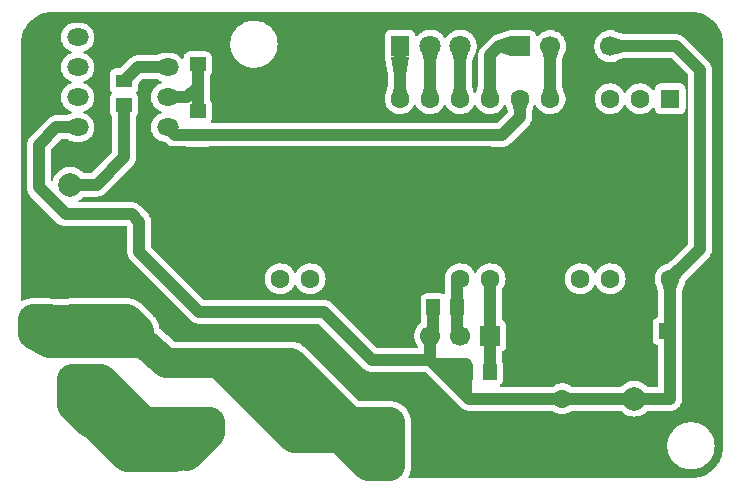
<source format=gbl>
G04 Layer: BottomLayer*
G04 EasyEDA v6.5.34, 2023-10-03 11:16:35*
G04 bb2cee3522a8477492119d973bc89143,2402692d15bd446891542ced5281a4ad,10*
G04 Gerber Generator version 0.2*
G04 Scale: 100 percent, Rotated: No, Reflected: No *
G04 Dimensions in millimeters *
G04 leading zeros omitted , absolute positions ,4 integer and 5 decimal *
%FSLAX45Y45*%
%MOMM*%

%AMMACRO1*21,1,$1,$2,0,0,$3*%
%ADD10C,2.5400*%
%ADD11C,1.0000*%
%ADD12MACRO1,1.377X1.1325X90.0000*%
%ADD13MACRO1,1.35X1.41X-90.0000*%
%ADD14R,1.3770X1.1325*%
%ADD15MACRO1,1.377X1.1325X0.0000*%
%ADD16C,1.6000*%
%ADD17C,2.3000*%
%ADD18R,1.7000X1.7000*%
%ADD19C,1.7000*%
%ADD20C,1.8000*%
%ADD21R,1.5748X1.8000*%
%ADD22R,2.0000X2.0000*%
%ADD23C,2.0000*%
%ADD24R,1.6000X1.6000*%
%ADD25O,1.82499X1.4599920000000002*%
%ADD26O,0.0177X1.4599920000000002*%

%LPD*%
G36*
X3318408Y-3974084D02*
G01*
X3314395Y-3973220D01*
X3310991Y-3970832D01*
X3308858Y-3967327D01*
X3308299Y-3963212D01*
X3309416Y-3959199D01*
X3313379Y-3951681D01*
X3317138Y-3943502D01*
X3320440Y-3935171D01*
X3323386Y-3926636D01*
X3325825Y-3918000D01*
X3327857Y-3909212D01*
X3329482Y-3900373D01*
X3330600Y-3891483D01*
X3331260Y-3882491D01*
X3331514Y-3873347D01*
X3331514Y-3500120D01*
X3331260Y-3491026D01*
X3330600Y-3482035D01*
X3329482Y-3473094D01*
X3327857Y-3464255D01*
X3325825Y-3455517D01*
X3323386Y-3446830D01*
X3320440Y-3438347D01*
X3317138Y-3430015D01*
X3313379Y-3421837D01*
X3309213Y-3413861D01*
X3304641Y-3406089D01*
X3299714Y-3398570D01*
X3294379Y-3391357D01*
X3288690Y-3384346D01*
X3282645Y-3377692D01*
X3276295Y-3371342D01*
X3269640Y-3365296D01*
X3262680Y-3359607D01*
X3255416Y-3354324D01*
X3247898Y-3349345D01*
X3240125Y-3344773D01*
X3232200Y-3340608D01*
X3224022Y-3336848D01*
X3215640Y-3333546D01*
X3207156Y-3330651D01*
X3198520Y-3328162D01*
X3189732Y-3326129D01*
X3180892Y-3324555D01*
X3171952Y-3323386D01*
X3163011Y-3322726D01*
X3153867Y-3322472D01*
X2894431Y-3322472D01*
X2890520Y-3321710D01*
X2887268Y-3319526D01*
X2439568Y-2871825D01*
X2429408Y-2862427D01*
X2426157Y-2859735D01*
X2415184Y-2851454D01*
X2411679Y-2849067D01*
X2399944Y-2841955D01*
X2396185Y-2839923D01*
X2383790Y-2834030D01*
X2379878Y-2832404D01*
X2366924Y-2827782D01*
X2362860Y-2826562D01*
X2349500Y-2823311D01*
X2345334Y-2822498D01*
X2331720Y-2820568D01*
X2327503Y-2820212D01*
X2313686Y-2819704D01*
X1327556Y-2819704D01*
X1324000Y-2819044D01*
X1320850Y-2817215D01*
X1203960Y-2715412D01*
X1201521Y-2712212D01*
X1200454Y-2707640D01*
X1198575Y-2694228D01*
X1197762Y-2690063D01*
X1194511Y-2676702D01*
X1193292Y-2672638D01*
X1188669Y-2659684D01*
X1187043Y-2655773D01*
X1181150Y-2643378D01*
X1179118Y-2639618D01*
X1172006Y-2627884D01*
X1169619Y-2624378D01*
X1161338Y-2613406D01*
X1158646Y-2610154D01*
X1149248Y-2600045D01*
X1052728Y-2503525D01*
X1042619Y-2494127D01*
X1039368Y-2491435D01*
X1028395Y-2483154D01*
X1024890Y-2480767D01*
X1013155Y-2473655D01*
X1009396Y-2471623D01*
X997000Y-2465730D01*
X993089Y-2464104D01*
X980135Y-2459482D01*
X976071Y-2458262D01*
X962710Y-2455011D01*
X958545Y-2454198D01*
X944930Y-2452268D01*
X940714Y-2451912D01*
X926896Y-2451404D01*
X461467Y-2451404D01*
X447649Y-2451912D01*
X443433Y-2452268D01*
X425297Y-2454960D01*
X129387Y-2451404D01*
X117856Y-2451608D01*
X111302Y-2452116D01*
X99974Y-2453487D01*
X93522Y-2454605D01*
X82346Y-2457094D01*
X76047Y-2458872D01*
X65227Y-2462479D01*
X59080Y-2464917D01*
X48768Y-2469591D01*
X40843Y-2473807D01*
X36880Y-2474976D01*
X32766Y-2474468D01*
X29159Y-2472283D01*
X26771Y-2468930D01*
X25908Y-2464866D01*
X25908Y-300685D01*
X26822Y-278079D01*
X29362Y-256743D01*
X33629Y-235610D01*
X39471Y-214934D01*
X46939Y-194767D01*
X55981Y-175209D01*
X66548Y-156464D01*
X78536Y-138582D01*
X91846Y-121716D01*
X106476Y-105918D01*
X122326Y-91338D01*
X139242Y-78028D01*
X157124Y-66141D01*
X175920Y-55626D01*
X195478Y-46634D01*
X215696Y-39217D01*
X236423Y-33426D01*
X257505Y-29260D01*
X278892Y-26771D01*
X300685Y-25908D01*
X5699302Y-25908D01*
X5721908Y-26822D01*
X5743244Y-29362D01*
X5764377Y-33629D01*
X5785053Y-39471D01*
X5805220Y-46939D01*
X5824778Y-55981D01*
X5843524Y-66548D01*
X5861405Y-78536D01*
X5878271Y-91846D01*
X5894070Y-106476D01*
X5908649Y-122326D01*
X5921959Y-139242D01*
X5933846Y-157124D01*
X5944362Y-175920D01*
X5953353Y-195478D01*
X5960770Y-215696D01*
X5966561Y-236423D01*
X5970727Y-257505D01*
X5973216Y-278892D01*
X5974080Y-300685D01*
X5974080Y-3699306D01*
X5973165Y-3721912D01*
X5970625Y-3743248D01*
X5966358Y-3764381D01*
X5960516Y-3785057D01*
X5953048Y-3805224D01*
X5944006Y-3824782D01*
X5933440Y-3843528D01*
X5921451Y-3861409D01*
X5908141Y-3878275D01*
X5893511Y-3894074D01*
X5877661Y-3908653D01*
X5860745Y-3921963D01*
X5842863Y-3933850D01*
X5824067Y-3944365D01*
X5804509Y-3953357D01*
X5784291Y-3960774D01*
X5763564Y-3966565D01*
X5742482Y-3970731D01*
X5721096Y-3973220D01*
X5699302Y-3974084D01*
G37*

%LPC*%
G36*
X5700014Y-3900474D02*
G01*
X5719622Y-3899509D01*
X5739079Y-3896614D01*
X5758180Y-3891838D01*
X5776722Y-3885234D01*
X5794502Y-3876801D01*
X5811367Y-3866692D01*
X5827166Y-3854958D01*
X5841746Y-3841750D01*
X5854954Y-3827170D01*
X5866688Y-3811371D01*
X5876798Y-3794506D01*
X5885230Y-3776726D01*
X5891834Y-3758184D01*
X5896610Y-3739083D01*
X5899505Y-3719626D01*
X5900470Y-3700018D01*
X5899505Y-3680358D01*
X5896610Y-3660901D01*
X5891834Y-3641801D01*
X5885230Y-3623259D01*
X5876798Y-3605479D01*
X5866688Y-3588613D01*
X5854954Y-3572814D01*
X5841746Y-3558235D01*
X5827166Y-3545027D01*
X5811367Y-3533292D01*
X5794502Y-3523183D01*
X5776722Y-3514750D01*
X5758180Y-3508146D01*
X5739079Y-3503371D01*
X5719622Y-3500475D01*
X5700014Y-3499510D01*
X5680354Y-3500475D01*
X5660898Y-3503371D01*
X5641797Y-3508146D01*
X5623255Y-3514750D01*
X5605475Y-3523183D01*
X5588609Y-3533292D01*
X5572810Y-3545027D01*
X5558231Y-3558235D01*
X5545023Y-3572814D01*
X5533288Y-3588613D01*
X5523179Y-3605479D01*
X5514746Y-3623259D01*
X5508142Y-3641801D01*
X5503367Y-3660901D01*
X5500471Y-3680358D01*
X5499506Y-3700018D01*
X5500471Y-3719626D01*
X5503367Y-3739083D01*
X5508142Y-3758184D01*
X5514746Y-3776726D01*
X5523179Y-3794506D01*
X5533288Y-3811371D01*
X5545023Y-3827170D01*
X5558231Y-3841750D01*
X5572810Y-3854958D01*
X5588609Y-3866692D01*
X5605475Y-3876801D01*
X5623255Y-3885234D01*
X5641797Y-3891838D01*
X5660898Y-3896614D01*
X5680354Y-3899509D01*
G37*
G36*
X5219700Y-3452469D02*
G01*
X5236565Y-3451555D01*
X5253177Y-3448710D01*
X5269382Y-3444036D01*
X5284978Y-3437585D01*
X5299760Y-3429406D01*
X5313527Y-3419652D01*
X5326126Y-3408426D01*
X5328361Y-3405886D01*
X5331764Y-3403396D01*
X5335930Y-3402533D01*
X5524144Y-3402533D01*
X5537606Y-3401618D01*
X5550509Y-3399078D01*
X5562955Y-3394862D01*
X5574741Y-3389020D01*
X5585663Y-3381705D01*
X5595569Y-3373069D01*
X5604205Y-3363163D01*
X5611520Y-3352241D01*
X5617362Y-3340455D01*
X5621578Y-3328009D01*
X5624118Y-3315106D01*
X5625033Y-3301644D01*
X5625033Y-2400300D01*
X5625185Y-2398522D01*
X5631688Y-2361895D01*
X5632958Y-2358491D01*
X5640578Y-2345588D01*
X5646826Y-2331415D01*
X5651347Y-2316632D01*
X5652109Y-2312466D01*
X5653735Y-2308453D01*
X5675223Y-2277618D01*
X5676392Y-2276246D01*
X5849315Y-2103323D01*
X5858205Y-2093163D01*
X5865520Y-2082241D01*
X5871362Y-2070455D01*
X5875578Y-2058009D01*
X5878118Y-2045106D01*
X5879033Y-2031644D01*
X5879033Y-521055D01*
X5878118Y-507593D01*
X5875578Y-494690D01*
X5871362Y-482244D01*
X5865520Y-470458D01*
X5858205Y-459536D01*
X5849315Y-449376D01*
X5646623Y-246684D01*
X5636463Y-237794D01*
X5625541Y-230479D01*
X5613755Y-224688D01*
X5601309Y-220421D01*
X5588406Y-217881D01*
X5574944Y-217017D01*
X5139131Y-217017D01*
X5136845Y-216712D01*
X5096357Y-207365D01*
X5093055Y-205943D01*
X5084267Y-200152D01*
X5070144Y-193090D01*
X5055362Y-187706D01*
X5040020Y-184048D01*
X5024374Y-182219D01*
X5008626Y-182219D01*
X4992979Y-184048D01*
X4977638Y-187706D01*
X4962855Y-193090D01*
X4948732Y-200152D01*
X4935575Y-208838D01*
X4923536Y-218948D01*
X4912715Y-230428D01*
X4903317Y-243027D01*
X4895443Y-256692D01*
X4889195Y-271170D01*
X4884674Y-286258D01*
X4881930Y-301752D01*
X4881016Y-317500D01*
X4881930Y-333248D01*
X4884674Y-348742D01*
X4889195Y-363829D01*
X4895443Y-378307D01*
X4903317Y-391972D01*
X4912715Y-404571D01*
X4923536Y-416051D01*
X4935575Y-426161D01*
X4948732Y-434848D01*
X4962855Y-441909D01*
X4977638Y-447293D01*
X4992979Y-450951D01*
X5008626Y-452780D01*
X5024374Y-452780D01*
X5040020Y-450951D01*
X5055362Y-447293D01*
X5070144Y-441909D01*
X5084267Y-434848D01*
X5093055Y-429056D01*
X5096357Y-427634D01*
X5136845Y-418287D01*
X5139131Y-418033D01*
X5529478Y-418033D01*
X5533339Y-418795D01*
X5536641Y-420979D01*
X5675020Y-559358D01*
X5677204Y-562660D01*
X5678017Y-566521D01*
X5678017Y-1986178D01*
X5677204Y-1990039D01*
X5675020Y-1993341D01*
X5534253Y-2134108D01*
X5532882Y-2135276D01*
X5502351Y-2156510D01*
X5497626Y-2158288D01*
X5482691Y-2162403D01*
X5468366Y-2168194D01*
X5454853Y-2175662D01*
X5442254Y-2184654D01*
X5430875Y-2195118D01*
X5420766Y-2206802D01*
X5412130Y-2219655D01*
X5405069Y-2233371D01*
X5399684Y-2247900D01*
X5396077Y-2262936D01*
X5394248Y-2278278D01*
X5394248Y-2293721D01*
X5396077Y-2309063D01*
X5399684Y-2324100D01*
X5405069Y-2338578D01*
X5412130Y-2352344D01*
X5415635Y-2357526D01*
X5417210Y-2361438D01*
X5424017Y-2400300D01*
X5424017Y-2603957D01*
X5423052Y-2608275D01*
X5420360Y-2611729D01*
X5416448Y-2613761D01*
X5409742Y-2615590D01*
X5401767Y-2619298D01*
X5394553Y-2624328D01*
X5388356Y-2630576D01*
X5383276Y-2637790D01*
X5379567Y-2645714D01*
X5377281Y-2654249D01*
X5376519Y-2663444D01*
X5376519Y-2797556D01*
X5377281Y-2806750D01*
X5379567Y-2815285D01*
X5383276Y-2823210D01*
X5388356Y-2830423D01*
X5394553Y-2836672D01*
X5401767Y-2841701D01*
X5409742Y-2845409D01*
X5416448Y-2847238D01*
X5420360Y-2849270D01*
X5423052Y-2852724D01*
X5424017Y-2857042D01*
X5424017Y-3191357D01*
X5423204Y-3195218D01*
X5421020Y-3198520D01*
X5417718Y-3200704D01*
X5413857Y-3201517D01*
X5335930Y-3201517D01*
X5331764Y-3200603D01*
X5328361Y-3198114D01*
X5326126Y-3195574D01*
X5313527Y-3184347D01*
X5299760Y-3174593D01*
X5284978Y-3166414D01*
X5269382Y-3159963D01*
X5253177Y-3155289D01*
X5236565Y-3152444D01*
X5219700Y-3151530D01*
X5202834Y-3152444D01*
X5186222Y-3155289D01*
X5170017Y-3159963D01*
X5154422Y-3166414D01*
X5139639Y-3174593D01*
X5125872Y-3184347D01*
X5113274Y-3195574D01*
X5111038Y-3198114D01*
X5107635Y-3200603D01*
X5103469Y-3201517D01*
X4696561Y-3201517D01*
X4693310Y-3200958D01*
X4690364Y-3199384D01*
X4682998Y-3193796D01*
X4669688Y-3185922D01*
X4655515Y-3179673D01*
X4640732Y-3175152D01*
X4625543Y-3172409D01*
X4610100Y-3171494D01*
X4594656Y-3172409D01*
X4579467Y-3175152D01*
X4564684Y-3179673D01*
X4550511Y-3185922D01*
X4537202Y-3193796D01*
X4529836Y-3199384D01*
X4526889Y-3200958D01*
X4523638Y-3201517D01*
X4090822Y-3201517D01*
X4086656Y-3200603D01*
X4083202Y-3198063D01*
X4081119Y-3194405D01*
X4080713Y-3190138D01*
X4082084Y-3186125D01*
X4084980Y-3183026D01*
X4087977Y-3180892D01*
X4094175Y-3174695D01*
X4099255Y-3167481D01*
X4102963Y-3159506D01*
X4105249Y-3151022D01*
X4106062Y-3141827D01*
X4106062Y-3004972D01*
X4105249Y-2995777D01*
X4102963Y-2987294D01*
X4100880Y-2982772D01*
X4099915Y-2978454D01*
X4100271Y-2908604D01*
X4100982Y-2904896D01*
X4103065Y-2901696D01*
X4106164Y-2899460D01*
X4110736Y-2897327D01*
X4117949Y-2892247D01*
X4124147Y-2886049D01*
X4129227Y-2878836D01*
X4132935Y-2870860D01*
X4135221Y-2862376D01*
X4135983Y-2853131D01*
X4135983Y-2684068D01*
X4135221Y-2674823D01*
X4132935Y-2666339D01*
X4129227Y-2658364D01*
X4124147Y-2651150D01*
X4117949Y-2644952D01*
X4110736Y-2639872D01*
X4106875Y-2638094D01*
X4103776Y-2635859D01*
X4101744Y-2632659D01*
X4101033Y-2628900D01*
X4101033Y-2372461D01*
X4101541Y-2369210D01*
X4103115Y-2366264D01*
X4108704Y-2358898D01*
X4116578Y-2345588D01*
X4122826Y-2331415D01*
X4127347Y-2316632D01*
X4130090Y-2301443D01*
X4131005Y-2286000D01*
X4130090Y-2270556D01*
X4127347Y-2255367D01*
X4122826Y-2240534D01*
X4116578Y-2226411D01*
X4108704Y-2213102D01*
X4099356Y-2200808D01*
X4088587Y-2189734D01*
X4076598Y-2179980D01*
X4063492Y-2171700D01*
X4049522Y-2165096D01*
X4034891Y-2160117D01*
X4019753Y-2156917D01*
X4004360Y-2155545D01*
X3988917Y-2156002D01*
X3973626Y-2158288D01*
X3958691Y-2162403D01*
X3944365Y-2168194D01*
X3930853Y-2175662D01*
X3918254Y-2184654D01*
X3906875Y-2195118D01*
X3896766Y-2206802D01*
X3888130Y-2219655D01*
X3882542Y-2230577D01*
X3880205Y-2233574D01*
X3876954Y-2235504D01*
X3873195Y-2236114D01*
X3869486Y-2235301D01*
X3866337Y-2233168D01*
X3864203Y-2230018D01*
X3862578Y-2226411D01*
X3854704Y-2213102D01*
X3845356Y-2200808D01*
X3834587Y-2189734D01*
X3822598Y-2179980D01*
X3809492Y-2171700D01*
X3795522Y-2165096D01*
X3780891Y-2160117D01*
X3765753Y-2156917D01*
X3750360Y-2155545D01*
X3734917Y-2156002D01*
X3719626Y-2158288D01*
X3704691Y-2162403D01*
X3690365Y-2168194D01*
X3676853Y-2175662D01*
X3664254Y-2184654D01*
X3652875Y-2195118D01*
X3642766Y-2206802D01*
X3634130Y-2219655D01*
X3627069Y-2233371D01*
X3621684Y-2247900D01*
X3618077Y-2262936D01*
X3616248Y-2278278D01*
X3616248Y-2293721D01*
X3618077Y-2309063D01*
X3618992Y-2314092D01*
X3618992Y-2407564D01*
X3618026Y-2411882D01*
X3615385Y-2415336D01*
X3611473Y-2417368D01*
X3607054Y-2417572D01*
X3602990Y-2415895D01*
X3601364Y-2414727D01*
X3593388Y-2411018D01*
X3584905Y-2408732D01*
X3575659Y-2407920D01*
X3463290Y-2407920D01*
X3454095Y-2408732D01*
X3445611Y-2411018D01*
X3437636Y-2414727D01*
X3430422Y-2419807D01*
X3424224Y-2426004D01*
X3419144Y-2433218D01*
X3415436Y-2441194D01*
X3413150Y-2449677D01*
X3412337Y-2458872D01*
X3412337Y-2595727D01*
X3413150Y-2604922D01*
X3415436Y-2613406D01*
X3418027Y-2618994D01*
X3418992Y-2623261D01*
X3418992Y-2649575D01*
X3418433Y-2652877D01*
X3416858Y-2655773D01*
X3414420Y-2658059D01*
X3411575Y-2659938D01*
X3399536Y-2670048D01*
X3388715Y-2681528D01*
X3379317Y-2694127D01*
X3371443Y-2707792D01*
X3365195Y-2722270D01*
X3360674Y-2737358D01*
X3357930Y-2752852D01*
X3357016Y-2768600D01*
X3357930Y-2784348D01*
X3360674Y-2799842D01*
X3365195Y-2814929D01*
X3371443Y-2829407D01*
X3379317Y-2843072D01*
X3388258Y-2855061D01*
X3390036Y-2859125D01*
X3389934Y-2863596D01*
X3387953Y-2867558D01*
X3384448Y-2870301D01*
X3380079Y-2871317D01*
X3043021Y-2871317D01*
X3039160Y-2870504D01*
X3035858Y-2868320D01*
X2662123Y-2494584D01*
X2651963Y-2485694D01*
X2641041Y-2478379D01*
X2629255Y-2472588D01*
X2616809Y-2468321D01*
X2603906Y-2465781D01*
X2590444Y-2464917D01*
X1582521Y-2464917D01*
X1578660Y-2464104D01*
X1575358Y-2461920D01*
X1132179Y-2018741D01*
X1129995Y-2015439D01*
X1129233Y-2011578D01*
X1129233Y-1803755D01*
X1128318Y-1790293D01*
X1125778Y-1777390D01*
X1121562Y-1764944D01*
X1115720Y-1753158D01*
X1108405Y-1742236D01*
X1099515Y-1732076D01*
X1036523Y-1669084D01*
X1026363Y-1660194D01*
X1015441Y-1652879D01*
X1003655Y-1647088D01*
X991209Y-1642821D01*
X978306Y-1640281D01*
X964844Y-1639417D01*
X523900Y-1639417D01*
X519582Y-1638401D01*
X516077Y-1635709D01*
X514096Y-1631746D01*
X513943Y-1627327D01*
X515670Y-1623263D01*
X518972Y-1620316D01*
X524560Y-1617268D01*
X538327Y-1607515D01*
X550926Y-1596237D01*
X553161Y-1593748D01*
X556564Y-1591208D01*
X560730Y-1590344D01*
X668832Y-1590344D01*
X682294Y-1589481D01*
X695147Y-1586890D01*
X707593Y-1582674D01*
X719429Y-1576882D01*
X730351Y-1569567D01*
X740460Y-1560677D01*
X972515Y-1328623D01*
X981405Y-1318463D01*
X988720Y-1307541D01*
X994562Y-1295755D01*
X998778Y-1283309D01*
X1001318Y-1270406D01*
X1002233Y-1256944D01*
X1002233Y-911504D01*
X1002995Y-907592D01*
X1005179Y-904290D01*
X1009192Y-900277D01*
X1014272Y-893064D01*
X1017981Y-885088D01*
X1020267Y-876604D01*
X1021080Y-867410D01*
X1021080Y-755040D01*
X1020267Y-745794D01*
X1017981Y-737311D01*
X1014272Y-729335D01*
X1009192Y-722122D01*
X1005484Y-718362D01*
X1003249Y-715111D01*
X1002487Y-711200D01*
X1003249Y-707288D01*
X1005484Y-704037D01*
X1009192Y-700278D01*
X1014272Y-693064D01*
X1017981Y-685088D01*
X1020267Y-676605D01*
X1021080Y-667359D01*
X1021080Y-638200D01*
X1021842Y-634288D01*
X1024026Y-630986D01*
X1056233Y-598779D01*
X1059535Y-596595D01*
X1063447Y-595833D01*
X1176934Y-595833D01*
X1179626Y-596188D01*
X1182166Y-597255D01*
X1194358Y-604621D01*
X1207973Y-610768D01*
X1213866Y-612597D01*
X1217574Y-614680D01*
X1220114Y-618134D01*
X1220978Y-622300D01*
X1220114Y-626465D01*
X1217574Y-629920D01*
X1213866Y-632002D01*
X1207973Y-633831D01*
X1194358Y-639978D01*
X1181608Y-647649D01*
X1169873Y-656844D01*
X1159306Y-667410D01*
X1150112Y-679145D01*
X1142390Y-691896D01*
X1136294Y-705510D01*
X1131874Y-719734D01*
X1129182Y-734415D01*
X1128268Y-749300D01*
X1129182Y-764184D01*
X1131874Y-778865D01*
X1136294Y-793089D01*
X1142390Y-806704D01*
X1150112Y-819454D01*
X1159306Y-831189D01*
X1169873Y-841756D01*
X1181608Y-850950D01*
X1194358Y-858621D01*
X1207973Y-864768D01*
X1213866Y-866597D01*
X1217574Y-868680D01*
X1220114Y-872134D01*
X1220978Y-876300D01*
X1220114Y-880465D01*
X1217574Y-883919D01*
X1213866Y-886002D01*
X1207973Y-887831D01*
X1194358Y-893978D01*
X1181608Y-901649D01*
X1169873Y-910844D01*
X1159306Y-921410D01*
X1150112Y-933145D01*
X1142390Y-945896D01*
X1136294Y-959510D01*
X1131874Y-973734D01*
X1129182Y-988415D01*
X1128268Y-1003300D01*
X1129182Y-1018184D01*
X1131874Y-1032865D01*
X1136294Y-1047089D01*
X1142390Y-1060704D01*
X1150112Y-1073454D01*
X1159306Y-1085189D01*
X1169873Y-1095756D01*
X1181608Y-1104950D01*
X1194358Y-1112621D01*
X1207973Y-1118768D01*
X1222197Y-1123188D01*
X1236878Y-1125880D01*
X1247495Y-1126540D01*
X1251051Y-1127404D01*
X1254048Y-1129487D01*
X1260602Y-1136040D01*
X1270711Y-1144930D01*
X1281633Y-1152245D01*
X1293469Y-1158036D01*
X1305915Y-1162253D01*
X1318768Y-1164844D01*
X1332230Y-1165707D01*
X1428038Y-1165707D01*
X1432306Y-1166672D01*
X1437894Y-1169263D01*
X1446377Y-1171549D01*
X1455572Y-1172362D01*
X1592427Y-1172362D01*
X1601622Y-1171549D01*
X1610106Y-1169263D01*
X1615694Y-1166672D01*
X1619961Y-1165707D01*
X4008170Y-1165707D01*
X4012793Y-1166418D01*
X4026255Y-1167333D01*
X4101744Y-1167333D01*
X4115206Y-1166418D01*
X4128109Y-1163878D01*
X4140555Y-1159662D01*
X4152341Y-1153820D01*
X4163263Y-1146505D01*
X4173423Y-1137615D01*
X4325315Y-985723D01*
X4334205Y-975563D01*
X4341520Y-964641D01*
X4347311Y-952855D01*
X4351578Y-940409D01*
X4354118Y-927506D01*
X4355033Y-914044D01*
X4355033Y-876300D01*
X4355185Y-874521D01*
X4361789Y-837437D01*
X4363364Y-833577D01*
X4366869Y-828344D01*
X4372457Y-817422D01*
X4374794Y-814425D01*
X4378045Y-812495D01*
X4381804Y-811885D01*
X4385513Y-812698D01*
X4388662Y-814832D01*
X4390796Y-817981D01*
X4392422Y-821588D01*
X4400296Y-834898D01*
X4409643Y-847191D01*
X4420412Y-858266D01*
X4432452Y-868019D01*
X4445508Y-876300D01*
X4459478Y-882903D01*
X4474108Y-887882D01*
X4489246Y-891082D01*
X4504639Y-892454D01*
X4520082Y-891997D01*
X4535373Y-889711D01*
X4550308Y-885596D01*
X4564634Y-879805D01*
X4578146Y-872337D01*
X4590745Y-863346D01*
X4602124Y-852881D01*
X4612233Y-841197D01*
X4620869Y-828344D01*
X4627930Y-814628D01*
X4633315Y-800100D01*
X4636922Y-785063D01*
X4638751Y-769721D01*
X4638751Y-754278D01*
X4636922Y-738936D01*
X4633315Y-723900D01*
X4627930Y-709422D01*
X4620869Y-695655D01*
X4617364Y-690422D01*
X4615789Y-686562D01*
X4609185Y-649478D01*
X4609033Y-647700D01*
X4609033Y-440131D01*
X4609287Y-437845D01*
X4618583Y-397560D01*
X4620310Y-393801D01*
X4621682Y-391972D01*
X4629556Y-378307D01*
X4635804Y-363829D01*
X4640326Y-348742D01*
X4643069Y-333248D01*
X4643983Y-317500D01*
X4643069Y-301752D01*
X4640326Y-286258D01*
X4635804Y-271170D01*
X4629556Y-256692D01*
X4621682Y-243027D01*
X4612284Y-230428D01*
X4601464Y-218948D01*
X4589424Y-208838D01*
X4576267Y-200152D01*
X4562144Y-193090D01*
X4547362Y-187706D01*
X4532020Y-184048D01*
X4516374Y-182219D01*
X4500626Y-182219D01*
X4484979Y-184048D01*
X4469638Y-187706D01*
X4454855Y-193090D01*
X4440732Y-200152D01*
X4427575Y-208838D01*
X4415536Y-218948D01*
X4406493Y-228498D01*
X4402988Y-230936D01*
X4398772Y-231648D01*
X4394606Y-230632D01*
X4391253Y-227939D01*
X4389323Y-224129D01*
X4386935Y-215239D01*
X4383227Y-207264D01*
X4378147Y-200050D01*
X4371949Y-193852D01*
X4364736Y-188772D01*
X4356760Y-185064D01*
X4348276Y-182778D01*
X4339031Y-182016D01*
X4169968Y-182016D01*
X4160570Y-182829D01*
X4151223Y-185420D01*
X4066895Y-217220D01*
X4050690Y-220421D01*
X4038244Y-224688D01*
X4026458Y-230479D01*
X4015536Y-237794D01*
X4005376Y-246684D01*
X3929684Y-322376D01*
X3920794Y-332536D01*
X3913479Y-343458D01*
X3907688Y-355244D01*
X3903421Y-367690D01*
X3900881Y-380593D01*
X3899966Y-394055D01*
X3899966Y-647700D01*
X3899814Y-649478D01*
X3893312Y-686104D01*
X3892042Y-689508D01*
X3884422Y-702411D01*
X3882796Y-706018D01*
X3880662Y-709168D01*
X3877513Y-711301D01*
X3873804Y-712114D01*
X3870045Y-711504D01*
X3866794Y-709574D01*
X3864457Y-706577D01*
X3858869Y-695655D01*
X3855364Y-690422D01*
X3853789Y-686562D01*
X3847185Y-649478D01*
X3847033Y-647700D01*
X3847033Y-448309D01*
X3847388Y-445566D01*
X3859631Y-401523D01*
X3861206Y-398272D01*
X3864711Y-393446D01*
X3872585Y-379476D01*
X3878834Y-364693D01*
X3883355Y-349300D01*
X3886098Y-333502D01*
X3887012Y-317500D01*
X3886098Y-301498D01*
X3883355Y-285699D01*
X3878834Y-270306D01*
X3872585Y-255524D01*
X3864711Y-241554D01*
X3855262Y-228549D01*
X3844391Y-216763D01*
X3832301Y-206248D01*
X3819042Y-197205D01*
X3804869Y-189687D01*
X3789934Y-183896D01*
X3774389Y-179832D01*
X3758539Y-177546D01*
X3742486Y-177088D01*
X3726484Y-178460D01*
X3710787Y-181610D01*
X3695547Y-186588D01*
X3680917Y-193243D01*
X3667201Y-201523D01*
X3654501Y-211328D01*
X3642969Y-222504D01*
X3632860Y-234899D01*
X3628186Y-242214D01*
X3625240Y-245160D01*
X3621430Y-246684D01*
X3617264Y-246583D01*
X3613505Y-244805D01*
X3610711Y-241554D01*
X3601262Y-228549D01*
X3590391Y-216763D01*
X3578301Y-206248D01*
X3565042Y-197205D01*
X3550869Y-189687D01*
X3535934Y-183896D01*
X3520389Y-179832D01*
X3504539Y-177546D01*
X3488486Y-177088D01*
X3472484Y-178460D01*
X3456787Y-181610D01*
X3441547Y-186588D01*
X3426917Y-193243D01*
X3413201Y-201523D01*
X3400501Y-211328D01*
X3388969Y-222504D01*
X3385159Y-227177D01*
X3382111Y-229717D01*
X3378301Y-230835D01*
X3374339Y-230428D01*
X3370834Y-228549D01*
X3368294Y-225450D01*
X3367176Y-221640D01*
X3366922Y-218744D01*
X3364687Y-210261D01*
X3360928Y-202285D01*
X3355898Y-195072D01*
X3349701Y-188823D01*
X3342487Y-183794D01*
X3334512Y-180086D01*
X3326028Y-177800D01*
X3316782Y-176987D01*
X3160217Y-176987D01*
X3150971Y-177800D01*
X3142488Y-180086D01*
X3134512Y-183794D01*
X3127298Y-188823D01*
X3121101Y-195072D01*
X3116072Y-202285D01*
X3112312Y-210261D01*
X3110077Y-218744D01*
X3109264Y-227939D01*
X3109264Y-407009D01*
X3110230Y-417474D01*
X3137814Y-561340D01*
X3137966Y-563270D01*
X3137966Y-647700D01*
X3137814Y-649478D01*
X3131312Y-686104D01*
X3130042Y-689508D01*
X3122422Y-702411D01*
X3116173Y-716584D01*
X3111652Y-731367D01*
X3108909Y-746556D01*
X3107994Y-762000D01*
X3108909Y-777443D01*
X3111652Y-792632D01*
X3116173Y-807415D01*
X3122422Y-821588D01*
X3130296Y-834898D01*
X3139643Y-847191D01*
X3150412Y-858266D01*
X3162452Y-868019D01*
X3175508Y-876300D01*
X3189478Y-882903D01*
X3204108Y-887882D01*
X3219246Y-891082D01*
X3234639Y-892454D01*
X3250082Y-891997D01*
X3265373Y-889711D01*
X3280308Y-885596D01*
X3294634Y-879805D01*
X3308146Y-872337D01*
X3320745Y-863346D01*
X3332124Y-852881D01*
X3342233Y-841197D01*
X3350869Y-828344D01*
X3356457Y-817422D01*
X3358794Y-814425D01*
X3362045Y-812495D01*
X3365804Y-811885D01*
X3369513Y-812698D01*
X3372662Y-814832D01*
X3374796Y-817981D01*
X3376422Y-821588D01*
X3384296Y-834898D01*
X3393643Y-847191D01*
X3404412Y-858266D01*
X3416452Y-868019D01*
X3429508Y-876300D01*
X3443478Y-882903D01*
X3458108Y-887882D01*
X3473246Y-891082D01*
X3488639Y-892454D01*
X3504082Y-891997D01*
X3519373Y-889711D01*
X3534308Y-885596D01*
X3548634Y-879805D01*
X3562146Y-872337D01*
X3574745Y-863346D01*
X3586124Y-852881D01*
X3596233Y-841197D01*
X3604869Y-828344D01*
X3610457Y-817422D01*
X3612794Y-814425D01*
X3616045Y-812495D01*
X3619804Y-811885D01*
X3623513Y-812698D01*
X3626662Y-814832D01*
X3628796Y-817981D01*
X3630422Y-821588D01*
X3638296Y-834898D01*
X3647643Y-847191D01*
X3658412Y-858266D01*
X3670452Y-868019D01*
X3683508Y-876300D01*
X3697478Y-882903D01*
X3712108Y-887882D01*
X3727246Y-891082D01*
X3742639Y-892454D01*
X3758082Y-891997D01*
X3773373Y-889711D01*
X3788308Y-885596D01*
X3802634Y-879805D01*
X3816146Y-872337D01*
X3828745Y-863346D01*
X3840124Y-852881D01*
X3850233Y-841197D01*
X3858869Y-828344D01*
X3864457Y-817422D01*
X3866794Y-814425D01*
X3870045Y-812495D01*
X3873804Y-811885D01*
X3877513Y-812698D01*
X3880662Y-814832D01*
X3882796Y-817981D01*
X3884422Y-821588D01*
X3892296Y-834898D01*
X3901643Y-847191D01*
X3912412Y-858266D01*
X3924452Y-868019D01*
X3937508Y-876300D01*
X3951478Y-882903D01*
X3966108Y-887882D01*
X3981246Y-891082D01*
X3996639Y-892454D01*
X4012082Y-891997D01*
X4027373Y-889711D01*
X4042308Y-885596D01*
X4056634Y-879805D01*
X4070146Y-872337D01*
X4082745Y-863346D01*
X4094124Y-852881D01*
X4104233Y-841197D01*
X4112869Y-828344D01*
X4118457Y-817422D01*
X4120794Y-814425D01*
X4124045Y-812495D01*
X4127804Y-811885D01*
X4131513Y-812698D01*
X4134662Y-814832D01*
X4136796Y-817981D01*
X4138422Y-821588D01*
X4146042Y-834491D01*
X4147312Y-837895D01*
X4152646Y-867968D01*
X4152696Y-871169D01*
X4151731Y-874268D01*
X4149851Y-876909D01*
X4063441Y-963320D01*
X4060139Y-965504D01*
X4056278Y-966317D01*
X4043629Y-966317D01*
X4039006Y-965555D01*
X4025544Y-964692D01*
X1643735Y-964692D01*
X1639417Y-963726D01*
X1635963Y-961085D01*
X1633931Y-957173D01*
X1633728Y-952753D01*
X1635404Y-948690D01*
X1636572Y-947064D01*
X1640281Y-939088D01*
X1642567Y-930605D01*
X1643380Y-921359D01*
X1643380Y-808990D01*
X1642567Y-799795D01*
X1640281Y-791311D01*
X1636572Y-783336D01*
X1631492Y-776122D01*
X1627479Y-772109D01*
X1625295Y-768807D01*
X1624533Y-764895D01*
X1624533Y-568604D01*
X1625295Y-564692D01*
X1627479Y-561390D01*
X1631492Y-557377D01*
X1636572Y-550164D01*
X1640281Y-542188D01*
X1642567Y-533704D01*
X1643380Y-524510D01*
X1643380Y-412140D01*
X1642567Y-402894D01*
X1640281Y-394411D01*
X1636572Y-386435D01*
X1631492Y-379222D01*
X1625295Y-373024D01*
X1618081Y-367995D01*
X1610106Y-364236D01*
X1601622Y-362000D01*
X1592427Y-361188D01*
X1455572Y-361188D01*
X1446377Y-362000D01*
X1437894Y-364236D01*
X1429918Y-367995D01*
X1422704Y-373024D01*
X1416507Y-379222D01*
X1411427Y-386435D01*
X1407718Y-394411D01*
X1405432Y-402894D01*
X1404620Y-412140D01*
X1404620Y-414528D01*
X1403807Y-418642D01*
X1401368Y-421995D01*
X1397812Y-424180D01*
X1393647Y-424688D01*
X1389684Y-423519D01*
X1386484Y-420827D01*
X1380693Y-413410D01*
X1370126Y-402844D01*
X1358392Y-393649D01*
X1345641Y-385978D01*
X1332026Y-379831D01*
X1317802Y-375412D01*
X1303121Y-372719D01*
X1287932Y-371805D01*
X1252067Y-371805D01*
X1236878Y-372719D01*
X1222197Y-375412D01*
X1207973Y-379831D01*
X1194358Y-385978D01*
X1182166Y-393344D01*
X1179626Y-394411D01*
X1176934Y-394817D01*
X1017930Y-394817D01*
X1004468Y-395681D01*
X991616Y-398221D01*
X979169Y-402488D01*
X967333Y-408279D01*
X956411Y-415594D01*
X946302Y-424484D01*
X869696Y-501091D01*
X866394Y-503275D01*
X862482Y-504037D01*
X833272Y-504037D01*
X824077Y-504850D01*
X815594Y-507136D01*
X807618Y-510844D01*
X800404Y-515924D01*
X794207Y-522122D01*
X789127Y-529336D01*
X785418Y-537311D01*
X783132Y-545795D01*
X782320Y-554990D01*
X782320Y-667359D01*
X783132Y-676605D01*
X785418Y-685088D01*
X789127Y-693064D01*
X794207Y-700278D01*
X797966Y-704037D01*
X800150Y-707288D01*
X800912Y-711200D01*
X800150Y-715111D01*
X797966Y-718362D01*
X794207Y-722122D01*
X789127Y-729335D01*
X785418Y-737311D01*
X783132Y-745794D01*
X782320Y-755040D01*
X782320Y-867410D01*
X783132Y-876604D01*
X785418Y-885088D01*
X789127Y-893064D01*
X794207Y-900277D01*
X798220Y-904290D01*
X800404Y-907592D01*
X801217Y-911504D01*
X801217Y-1211478D01*
X800404Y-1215339D01*
X798220Y-1218641D01*
X630529Y-1386332D01*
X627227Y-1388567D01*
X623316Y-1389329D01*
X560730Y-1389329D01*
X556564Y-1388465D01*
X553161Y-1385925D01*
X550926Y-1383436D01*
X538327Y-1372158D01*
X524560Y-1362405D01*
X509778Y-1354226D01*
X494182Y-1347774D01*
X477977Y-1343101D01*
X461365Y-1340307D01*
X444500Y-1339342D01*
X427634Y-1340307D01*
X411022Y-1343101D01*
X394817Y-1347774D01*
X379222Y-1354226D01*
X364439Y-1362405D01*
X350672Y-1372158D01*
X338074Y-1383436D01*
X326847Y-1395984D01*
X317093Y-1409750D01*
X308914Y-1424533D01*
X302463Y-1440129D01*
X298246Y-1454810D01*
X296316Y-1458417D01*
X293116Y-1461008D01*
X289102Y-1462125D01*
X285038Y-1461516D01*
X281533Y-1459382D01*
X279146Y-1456029D01*
X278333Y-1451965D01*
X278333Y-1200251D01*
X279095Y-1196340D01*
X281279Y-1193088D01*
X367588Y-1106779D01*
X370840Y-1104595D01*
X374751Y-1103833D01*
X414934Y-1103833D01*
X417626Y-1104188D01*
X420166Y-1105255D01*
X432358Y-1112621D01*
X445973Y-1118768D01*
X460197Y-1123188D01*
X474878Y-1125880D01*
X490067Y-1126794D01*
X525932Y-1126794D01*
X541121Y-1125880D01*
X555802Y-1123188D01*
X570026Y-1118768D01*
X583641Y-1112621D01*
X596392Y-1104950D01*
X608126Y-1095756D01*
X618693Y-1085189D01*
X627888Y-1073454D01*
X635609Y-1060704D01*
X641705Y-1047089D01*
X646125Y-1032865D01*
X648817Y-1018184D01*
X649732Y-1003300D01*
X648817Y-988415D01*
X646125Y-973734D01*
X641705Y-959510D01*
X635609Y-945896D01*
X627888Y-933145D01*
X618693Y-921410D01*
X608126Y-910844D01*
X596392Y-901649D01*
X583641Y-893978D01*
X570026Y-887831D01*
X564134Y-886002D01*
X560425Y-883919D01*
X557885Y-880465D01*
X557022Y-876300D01*
X557885Y-872134D01*
X560425Y-868680D01*
X564134Y-866597D01*
X570026Y-864768D01*
X583641Y-858621D01*
X596392Y-850950D01*
X608126Y-841756D01*
X618693Y-831189D01*
X627888Y-819454D01*
X635609Y-806704D01*
X641705Y-793089D01*
X646125Y-778865D01*
X648817Y-764184D01*
X649732Y-749300D01*
X648817Y-734415D01*
X646125Y-719734D01*
X641705Y-705510D01*
X635609Y-691896D01*
X627888Y-679145D01*
X618693Y-667410D01*
X608126Y-656844D01*
X596392Y-647649D01*
X583641Y-639978D01*
X570026Y-633831D01*
X564134Y-632002D01*
X560425Y-629920D01*
X557885Y-626465D01*
X557022Y-622300D01*
X557885Y-618134D01*
X560425Y-614680D01*
X564134Y-612597D01*
X570026Y-610768D01*
X583641Y-604621D01*
X596392Y-596950D01*
X608126Y-587756D01*
X618693Y-577189D01*
X627888Y-565454D01*
X635609Y-552704D01*
X641705Y-539089D01*
X646125Y-524865D01*
X648817Y-510184D01*
X649732Y-495300D01*
X648817Y-480415D01*
X646125Y-465734D01*
X641705Y-451510D01*
X635609Y-437896D01*
X627888Y-425145D01*
X618693Y-413410D01*
X608126Y-402844D01*
X596392Y-393649D01*
X583641Y-385978D01*
X570026Y-379831D01*
X564134Y-378002D01*
X560425Y-375920D01*
X557885Y-372465D01*
X557022Y-368300D01*
X557885Y-364134D01*
X560425Y-360680D01*
X564134Y-358597D01*
X570026Y-356768D01*
X583641Y-350621D01*
X596392Y-342950D01*
X608126Y-333756D01*
X618693Y-323189D01*
X627888Y-311454D01*
X635609Y-298704D01*
X641705Y-285089D01*
X646125Y-270865D01*
X648817Y-256184D01*
X649732Y-241300D01*
X648817Y-226415D01*
X646125Y-211734D01*
X641705Y-197510D01*
X635609Y-183896D01*
X627888Y-171145D01*
X618693Y-159410D01*
X608126Y-148844D01*
X596392Y-139649D01*
X583641Y-131978D01*
X570026Y-125831D01*
X555802Y-121412D01*
X541121Y-118719D01*
X525932Y-117805D01*
X490067Y-117805D01*
X474878Y-118719D01*
X460197Y-121412D01*
X445973Y-125831D01*
X432358Y-131978D01*
X419608Y-139649D01*
X407873Y-148844D01*
X397306Y-159410D01*
X388112Y-171145D01*
X380390Y-183896D01*
X374294Y-197510D01*
X369874Y-211734D01*
X367182Y-226415D01*
X366268Y-241300D01*
X367182Y-256184D01*
X369874Y-270865D01*
X374294Y-285089D01*
X380390Y-298704D01*
X388112Y-311454D01*
X397306Y-323189D01*
X407873Y-333756D01*
X419608Y-342950D01*
X432358Y-350621D01*
X445973Y-356768D01*
X451866Y-358597D01*
X455574Y-360680D01*
X458114Y-364134D01*
X458978Y-368300D01*
X458114Y-372465D01*
X455574Y-375920D01*
X451866Y-378002D01*
X445973Y-379831D01*
X432358Y-385978D01*
X419608Y-393649D01*
X407873Y-402844D01*
X397306Y-413410D01*
X388112Y-425145D01*
X380390Y-437896D01*
X374294Y-451510D01*
X369874Y-465734D01*
X367182Y-480415D01*
X366268Y-495300D01*
X367182Y-510184D01*
X369874Y-524865D01*
X374294Y-539089D01*
X380390Y-552704D01*
X388112Y-565454D01*
X397306Y-577189D01*
X407873Y-587756D01*
X419608Y-596950D01*
X432358Y-604621D01*
X445973Y-610768D01*
X451866Y-612597D01*
X455574Y-614680D01*
X458114Y-618134D01*
X458978Y-622300D01*
X458114Y-626465D01*
X455574Y-629920D01*
X451866Y-632002D01*
X445973Y-633831D01*
X432358Y-639978D01*
X419608Y-647649D01*
X407873Y-656844D01*
X397306Y-667410D01*
X388112Y-679145D01*
X380390Y-691896D01*
X374294Y-705510D01*
X369874Y-719734D01*
X367182Y-734415D01*
X366268Y-749300D01*
X367182Y-764184D01*
X369874Y-778865D01*
X374294Y-793089D01*
X380390Y-806704D01*
X388112Y-819454D01*
X397306Y-831189D01*
X407873Y-841756D01*
X419608Y-850950D01*
X432358Y-858621D01*
X445973Y-864768D01*
X451866Y-866597D01*
X455574Y-868680D01*
X458114Y-872134D01*
X458978Y-876300D01*
X458114Y-880465D01*
X455574Y-883919D01*
X451866Y-886002D01*
X445973Y-887831D01*
X432358Y-893978D01*
X420166Y-901344D01*
X417626Y-902411D01*
X414934Y-902817D01*
X329234Y-902817D01*
X315772Y-903681D01*
X302920Y-906221D01*
X290474Y-910488D01*
X278688Y-916279D01*
X267716Y-923594D01*
X257606Y-932484D01*
X106984Y-1083106D01*
X98094Y-1093216D01*
X90779Y-1104188D01*
X84988Y-1115974D01*
X80721Y-1128420D01*
X78181Y-1141272D01*
X77317Y-1156004D01*
X77317Y-1510944D01*
X78181Y-1524406D01*
X80721Y-1537309D01*
X84988Y-1549755D01*
X90779Y-1561541D01*
X98094Y-1572463D01*
X106984Y-1582623D01*
X335076Y-1810715D01*
X345236Y-1819605D01*
X356158Y-1826920D01*
X367944Y-1832762D01*
X380390Y-1836978D01*
X393293Y-1839518D01*
X406755Y-1840433D01*
X918057Y-1840433D01*
X921918Y-1841195D01*
X925220Y-1843379D01*
X927404Y-1846681D01*
X928217Y-1850593D01*
X928217Y-2057044D01*
X929081Y-2070506D01*
X931621Y-2083409D01*
X935888Y-2095855D01*
X941679Y-2107641D01*
X948994Y-2118563D01*
X957884Y-2128723D01*
X1465376Y-2636215D01*
X1475536Y-2645105D01*
X1486458Y-2652420D01*
X1498244Y-2658262D01*
X1510690Y-2662478D01*
X1523593Y-2665018D01*
X1537055Y-2665933D01*
X2544978Y-2665933D01*
X2548839Y-2666695D01*
X2552141Y-2668879D01*
X2925876Y-3042615D01*
X2936036Y-3051505D01*
X2946958Y-3058820D01*
X2958744Y-3064662D01*
X2971190Y-3068878D01*
X2984093Y-3071418D01*
X2997555Y-3072333D01*
X3446678Y-3072333D01*
X3450539Y-3073095D01*
X3453841Y-3075279D01*
X3751376Y-3372815D01*
X3761536Y-3381705D01*
X3772458Y-3389020D01*
X3784244Y-3394862D01*
X3796690Y-3399078D01*
X3809593Y-3401618D01*
X3823055Y-3402533D01*
X4523435Y-3402533D01*
X4526940Y-3403142D01*
X4543755Y-3414369D01*
X4557522Y-3421430D01*
X4572000Y-3426815D01*
X4587036Y-3430422D01*
X4602378Y-3432251D01*
X4617821Y-3432251D01*
X4633163Y-3430422D01*
X4648200Y-3426815D01*
X4662728Y-3421430D01*
X4676444Y-3414369D01*
X4693259Y-3403142D01*
X4696764Y-3402533D01*
X5103469Y-3402533D01*
X5107635Y-3403396D01*
X5111038Y-3405886D01*
X5113274Y-3408426D01*
X5125872Y-3419652D01*
X5139639Y-3429406D01*
X5154422Y-3437585D01*
X5170017Y-3444036D01*
X5186222Y-3448710D01*
X5202834Y-3451555D01*
G37*
G36*
X4766360Y-2416403D02*
G01*
X4781753Y-2415032D01*
X4796891Y-2411882D01*
X4811522Y-2406904D01*
X4825492Y-2400249D01*
X4838598Y-2392019D01*
X4850587Y-2382266D01*
X4861356Y-2371191D01*
X4870704Y-2358898D01*
X4878578Y-2345588D01*
X4880203Y-2341930D01*
X4882337Y-2338832D01*
X4885486Y-2336698D01*
X4889195Y-2335885D01*
X4892954Y-2336495D01*
X4896205Y-2338425D01*
X4898542Y-2341422D01*
X4904130Y-2352344D01*
X4912766Y-2365197D01*
X4922875Y-2376881D01*
X4934254Y-2387346D01*
X4946853Y-2396337D01*
X4960366Y-2403805D01*
X4974691Y-2409596D01*
X4989626Y-2413711D01*
X5004917Y-2415946D01*
X5020360Y-2416403D01*
X5035753Y-2415032D01*
X5050891Y-2411882D01*
X5065522Y-2406904D01*
X5079492Y-2400249D01*
X5092598Y-2392019D01*
X5104587Y-2382266D01*
X5115356Y-2371191D01*
X5124704Y-2358898D01*
X5132578Y-2345588D01*
X5138826Y-2331415D01*
X5143347Y-2316632D01*
X5146090Y-2301443D01*
X5147005Y-2286000D01*
X5146090Y-2270556D01*
X5143347Y-2255367D01*
X5138826Y-2240534D01*
X5132578Y-2226411D01*
X5124704Y-2213102D01*
X5115356Y-2200808D01*
X5104587Y-2189734D01*
X5092598Y-2179980D01*
X5079492Y-2171700D01*
X5065522Y-2165096D01*
X5050891Y-2160117D01*
X5035753Y-2156917D01*
X5020360Y-2155545D01*
X5004917Y-2156002D01*
X4989626Y-2158288D01*
X4974691Y-2162403D01*
X4960366Y-2168194D01*
X4946853Y-2175662D01*
X4934254Y-2184654D01*
X4922875Y-2195118D01*
X4912766Y-2206802D01*
X4904130Y-2219655D01*
X4898542Y-2230577D01*
X4896205Y-2233574D01*
X4892954Y-2235504D01*
X4889195Y-2236114D01*
X4885486Y-2235301D01*
X4882337Y-2233168D01*
X4880203Y-2230018D01*
X4878578Y-2226411D01*
X4870704Y-2213102D01*
X4861356Y-2200808D01*
X4850587Y-2189734D01*
X4838598Y-2179980D01*
X4825492Y-2171700D01*
X4811522Y-2165096D01*
X4796891Y-2160117D01*
X4781753Y-2156917D01*
X4766360Y-2155545D01*
X4750917Y-2156002D01*
X4735626Y-2158288D01*
X4720691Y-2162403D01*
X4706366Y-2168194D01*
X4692853Y-2175662D01*
X4680254Y-2184654D01*
X4668875Y-2195118D01*
X4658766Y-2206802D01*
X4650130Y-2219655D01*
X4643069Y-2233371D01*
X4637684Y-2247900D01*
X4634077Y-2262936D01*
X4632248Y-2278278D01*
X4632248Y-2293721D01*
X4634077Y-2309063D01*
X4637684Y-2324100D01*
X4643069Y-2338578D01*
X4650130Y-2352344D01*
X4658766Y-2365197D01*
X4668875Y-2376881D01*
X4680254Y-2387346D01*
X4692853Y-2396337D01*
X4706366Y-2403805D01*
X4720691Y-2409596D01*
X4735626Y-2413711D01*
X4750917Y-2415946D01*
G37*
G36*
X2226360Y-2416403D02*
G01*
X2241753Y-2415032D01*
X2256891Y-2411882D01*
X2271522Y-2406904D01*
X2285492Y-2400249D01*
X2298598Y-2392019D01*
X2310587Y-2382266D01*
X2321356Y-2371191D01*
X2330704Y-2358898D01*
X2338578Y-2345588D01*
X2340203Y-2341930D01*
X2342337Y-2338832D01*
X2345486Y-2336698D01*
X2349195Y-2335885D01*
X2352954Y-2336495D01*
X2356205Y-2338425D01*
X2358542Y-2341422D01*
X2364130Y-2352344D01*
X2372766Y-2365197D01*
X2382875Y-2376881D01*
X2394254Y-2387346D01*
X2406853Y-2396337D01*
X2420366Y-2403805D01*
X2434691Y-2409596D01*
X2449626Y-2413711D01*
X2464917Y-2415946D01*
X2480360Y-2416403D01*
X2495753Y-2415032D01*
X2510891Y-2411882D01*
X2525522Y-2406904D01*
X2539492Y-2400249D01*
X2552598Y-2392019D01*
X2564587Y-2382266D01*
X2575356Y-2371191D01*
X2584704Y-2358898D01*
X2592578Y-2345588D01*
X2598826Y-2331415D01*
X2603347Y-2316632D01*
X2606090Y-2301443D01*
X2607005Y-2286000D01*
X2606090Y-2270556D01*
X2603347Y-2255367D01*
X2598826Y-2240534D01*
X2592578Y-2226411D01*
X2584704Y-2213102D01*
X2575356Y-2200808D01*
X2564587Y-2189734D01*
X2552598Y-2179980D01*
X2539492Y-2171700D01*
X2525522Y-2165096D01*
X2510891Y-2160117D01*
X2495753Y-2156917D01*
X2480360Y-2155545D01*
X2464917Y-2156002D01*
X2449626Y-2158288D01*
X2434691Y-2162403D01*
X2420366Y-2168194D01*
X2406853Y-2175662D01*
X2394254Y-2184654D01*
X2382875Y-2195118D01*
X2372766Y-2206802D01*
X2364130Y-2219655D01*
X2358542Y-2230577D01*
X2356205Y-2233574D01*
X2352954Y-2235504D01*
X2349195Y-2236114D01*
X2345486Y-2235301D01*
X2342337Y-2233168D01*
X2340203Y-2230018D01*
X2338578Y-2226411D01*
X2330704Y-2213102D01*
X2321356Y-2200808D01*
X2310587Y-2189734D01*
X2298598Y-2179980D01*
X2285492Y-2171700D01*
X2271522Y-2165096D01*
X2256891Y-2160117D01*
X2241753Y-2156917D01*
X2226360Y-2155545D01*
X2210917Y-2156002D01*
X2195626Y-2158288D01*
X2180691Y-2162403D01*
X2166366Y-2168194D01*
X2152853Y-2175662D01*
X2140254Y-2184654D01*
X2128875Y-2195118D01*
X2118766Y-2206802D01*
X2110130Y-2219655D01*
X2103069Y-2233371D01*
X2097684Y-2247900D01*
X2094077Y-2262936D01*
X2092248Y-2278278D01*
X2092248Y-2293721D01*
X2094077Y-2309063D01*
X2097684Y-2324100D01*
X2103069Y-2338578D01*
X2110130Y-2352344D01*
X2118766Y-2365197D01*
X2128875Y-2376881D01*
X2140254Y-2387346D01*
X2152853Y-2396337D01*
X2166366Y-2403805D01*
X2180691Y-2409596D01*
X2195626Y-2413711D01*
X2210917Y-2415946D01*
G37*
G36*
X5444947Y-892505D02*
G01*
X5604052Y-892505D01*
X5613247Y-891692D01*
X5621782Y-889406D01*
X5629757Y-885698D01*
X5636920Y-880668D01*
X5643168Y-874420D01*
X5648198Y-867257D01*
X5651906Y-859282D01*
X5654192Y-850747D01*
X5655005Y-841552D01*
X5655005Y-682447D01*
X5654192Y-673252D01*
X5651906Y-664718D01*
X5648198Y-656742D01*
X5643168Y-649579D01*
X5636920Y-643331D01*
X5629757Y-638302D01*
X5621782Y-634593D01*
X5613247Y-632307D01*
X5604052Y-631494D01*
X5444947Y-631494D01*
X5435752Y-632307D01*
X5427218Y-634593D01*
X5419242Y-638302D01*
X5412079Y-643331D01*
X5405831Y-649579D01*
X5400802Y-656742D01*
X5397093Y-664718D01*
X5394807Y-673252D01*
X5394198Y-680161D01*
X5392978Y-684123D01*
X5390337Y-687273D01*
X5386628Y-689102D01*
X5382463Y-689305D01*
X5378602Y-687832D01*
X5375656Y-684936D01*
X5374233Y-682802D01*
X5364124Y-671118D01*
X5352745Y-660654D01*
X5340146Y-651662D01*
X5326634Y-644194D01*
X5312308Y-638403D01*
X5297373Y-634288D01*
X5282082Y-632002D01*
X5266639Y-631545D01*
X5251246Y-632917D01*
X5236108Y-636117D01*
X5221478Y-641096D01*
X5207508Y-647750D01*
X5194452Y-655980D01*
X5182412Y-665734D01*
X5171643Y-676808D01*
X5162296Y-689102D01*
X5154422Y-702411D01*
X5152796Y-706018D01*
X5150662Y-709168D01*
X5147513Y-711301D01*
X5143804Y-712114D01*
X5140045Y-711504D01*
X5136794Y-709574D01*
X5134457Y-706577D01*
X5128869Y-695655D01*
X5120233Y-682802D01*
X5110124Y-671118D01*
X5098745Y-660654D01*
X5086146Y-651662D01*
X5072634Y-644194D01*
X5058308Y-638403D01*
X5043373Y-634288D01*
X5028082Y-632002D01*
X5012639Y-631545D01*
X4997246Y-632917D01*
X4982108Y-636117D01*
X4967478Y-641096D01*
X4953508Y-647750D01*
X4940452Y-655980D01*
X4928412Y-665734D01*
X4917643Y-676808D01*
X4908296Y-689102D01*
X4900422Y-702411D01*
X4894173Y-716584D01*
X4889652Y-731367D01*
X4886909Y-746556D01*
X4885994Y-762000D01*
X4886909Y-777443D01*
X4889652Y-792632D01*
X4894173Y-807415D01*
X4900422Y-821588D01*
X4908296Y-834898D01*
X4917643Y-847191D01*
X4928412Y-858266D01*
X4940452Y-868019D01*
X4953508Y-876300D01*
X4967478Y-882903D01*
X4982108Y-887882D01*
X4997246Y-891082D01*
X5012639Y-892454D01*
X5028082Y-891997D01*
X5043373Y-889711D01*
X5058308Y-885596D01*
X5072634Y-879805D01*
X5086146Y-872337D01*
X5098745Y-863346D01*
X5110124Y-852881D01*
X5120233Y-841197D01*
X5128869Y-828344D01*
X5134457Y-817422D01*
X5136794Y-814425D01*
X5140045Y-812495D01*
X5143804Y-811885D01*
X5147513Y-812698D01*
X5150662Y-814832D01*
X5152796Y-817981D01*
X5154422Y-821588D01*
X5162296Y-834898D01*
X5171643Y-847191D01*
X5182412Y-858266D01*
X5194452Y-868019D01*
X5207508Y-876300D01*
X5221478Y-882903D01*
X5236108Y-887882D01*
X5251246Y-891082D01*
X5266639Y-892454D01*
X5282082Y-891997D01*
X5297373Y-889711D01*
X5312308Y-885596D01*
X5326634Y-879805D01*
X5340146Y-872337D01*
X5352745Y-863346D01*
X5364124Y-852881D01*
X5374233Y-841197D01*
X5375656Y-839063D01*
X5378602Y-836168D01*
X5382463Y-834694D01*
X5386628Y-834898D01*
X5390337Y-836726D01*
X5392978Y-839876D01*
X5394198Y-843838D01*
X5394807Y-850747D01*
X5397093Y-859282D01*
X5400802Y-867257D01*
X5405831Y-874420D01*
X5412079Y-880668D01*
X5419242Y-885698D01*
X5427218Y-889406D01*
X5435752Y-891692D01*
G37*
G36*
X1999996Y-500481D02*
G01*
X2019655Y-499516D01*
X2039112Y-496620D01*
X2058212Y-491845D01*
X2076704Y-485241D01*
X2094484Y-476808D01*
X2111400Y-466699D01*
X2127199Y-454964D01*
X2141778Y-441756D01*
X2154986Y-427177D01*
X2166721Y-411378D01*
X2176830Y-394512D01*
X2185212Y-376732D01*
X2191867Y-358190D01*
X2196642Y-339090D01*
X2199538Y-319633D01*
X2200503Y-300024D01*
X2199538Y-280365D01*
X2196642Y-260908D01*
X2191867Y-241808D01*
X2185212Y-223266D01*
X2176830Y-205486D01*
X2166721Y-188620D01*
X2154986Y-172821D01*
X2141778Y-158242D01*
X2127199Y-145034D01*
X2111400Y-133299D01*
X2094484Y-123189D01*
X2076704Y-114757D01*
X2058212Y-108153D01*
X2039112Y-103378D01*
X2019655Y-100482D01*
X1999996Y-99517D01*
X1980336Y-100482D01*
X1960880Y-103378D01*
X1941779Y-108153D01*
X1923288Y-114757D01*
X1905507Y-123189D01*
X1888591Y-133299D01*
X1872792Y-145034D01*
X1858213Y-158242D01*
X1845005Y-172821D01*
X1833270Y-188620D01*
X1823161Y-205486D01*
X1814779Y-223266D01*
X1808124Y-241808D01*
X1803349Y-260908D01*
X1800453Y-280365D01*
X1799488Y-300024D01*
X1800453Y-319633D01*
X1803349Y-339090D01*
X1808124Y-358190D01*
X1814779Y-376732D01*
X1823161Y-394512D01*
X1833270Y-411378D01*
X1845005Y-427177D01*
X1858213Y-441756D01*
X1872792Y-454964D01*
X1888591Y-466699D01*
X1905507Y-476808D01*
X1923288Y-485241D01*
X1941779Y-491845D01*
X1960880Y-496620D01*
X1980336Y-499516D01*
G37*

%LPD*%
G36*
X4620666Y-3242005D02*
G01*
X4564684Y-3252012D01*
X4564684Y-3351987D01*
X4620666Y-3361994D01*
G37*
G36*
X4444746Y-373735D02*
G01*
X4458512Y-433222D01*
X4558487Y-433222D01*
X4572254Y-373735D01*
G37*
G36*
X5072735Y-253746D02*
G01*
X5072735Y-381254D01*
X5132222Y-367487D01*
X5132222Y-267512D01*
G37*
G36*
X3678986Y-377037D02*
G01*
X3696512Y-440029D01*
X3796487Y-440029D01*
X3814013Y-377037D01*
G37*
G36*
X3424986Y-377037D02*
G01*
X3442512Y-440029D01*
X3542487Y-440029D01*
X3560013Y-377037D01*
G37*
G36*
X5255158Y-3227019D02*
G01*
X5185156Y-3252012D01*
X5185156Y-3351987D01*
X5255158Y-3376980D01*
G37*
G36*
X5566156Y-2173630D02*
G01*
X5519470Y-2206142D01*
X5604357Y-2290978D01*
X5636869Y-2244344D01*
G37*
G36*
X5464505Y-2338933D02*
G01*
X5474512Y-2394915D01*
X5574487Y-2394915D01*
X5584494Y-2338933D01*
G37*
G36*
X4458512Y-653084D02*
G01*
X4448505Y-709066D01*
X4568494Y-709066D01*
X4558487Y-653084D01*
G37*
G36*
X4194505Y-814933D02*
G01*
X4204512Y-870915D01*
X4304487Y-870915D01*
X4314494Y-814933D01*
G37*
G36*
X3950512Y-653084D02*
G01*
X3940505Y-709066D01*
X4060494Y-709066D01*
X4050487Y-653084D01*
G37*
G36*
X3696512Y-653084D02*
G01*
X3686505Y-709066D01*
X3806494Y-709066D01*
X3796487Y-653084D01*
G37*
G36*
X3442512Y-653084D02*
G01*
X3432505Y-709066D01*
X3552494Y-709066D01*
X3542487Y-653084D01*
G37*
G36*
X3188512Y-653084D02*
G01*
X3178505Y-709066D01*
X3298494Y-709066D01*
X3288487Y-653084D01*
G37*
G36*
X4169511Y-232511D02*
G01*
X4076700Y-267512D01*
X4076700Y-367487D01*
X4169511Y-402488D01*
G37*
G36*
X3159760Y-407517D02*
G01*
X3188512Y-557479D01*
X3288487Y-557479D01*
X3317240Y-407517D01*
G37*
D10*
X792838Y-3663038D02*
G01*
X929711Y-3663038D01*
X1092756Y-3499993D01*
X457200Y-3132962D02*
G01*
X457200Y-3327400D01*
X927100Y-3797300D01*
X1332712Y-3797300D01*
X1630019Y-3499993D01*
X457200Y-3132962D02*
G01*
X457200Y-3352800D01*
X609600Y-3505200D01*
X1064780Y-3505200D01*
X1069987Y-3499993D01*
X457200Y-2632837D02*
G01*
X127000Y-2628900D01*
X127000Y-2755900D01*
X266700Y-2832100D01*
X1023873Y-2832100D01*
X457200Y-2632963D02*
G01*
X461263Y-2628900D01*
X927100Y-2628900D01*
X1023873Y-2725673D01*
X1023873Y-2794000D01*
X1257300Y-2997200D01*
X2003043Y-2997200D01*
X2482850Y-3477005D01*
X2482850Y-3632200D01*
X2002955Y-2997200D02*
G01*
X2313901Y-2997200D01*
X2816694Y-3499993D01*
X3154004Y-3499993D01*
X3154004Y-3769413D02*
G01*
X3070913Y-3769413D01*
X2933700Y-3632200D01*
X2336800Y-3632200D01*
X2197100Y-3492500D01*
X2197100Y-3487679D01*
X1706620Y-2997200D01*
X1069987Y-3499993D02*
G01*
X1092756Y-3499993D01*
X1377363Y-3784600D01*
X1630006Y-3499993D02*
G01*
X1630006Y-3588400D01*
X1433807Y-3784600D01*
X457200Y-3132962D02*
G01*
X457200Y-3215335D01*
X747064Y-3505200D01*
X457200Y-3132962D02*
G01*
X702957Y-3132962D01*
X1069987Y-3499993D01*
X3154004Y-3499993D02*
G01*
X3154004Y-3873500D01*
X2967492Y-3873500D01*
X2593985Y-3499993D01*
X1069987Y-3499993D02*
G01*
X1630006Y-3499993D01*
D11*
X5016500Y-317500D02*
G01*
X5575300Y-317500D01*
X5778500Y-520700D01*
X5778500Y-2031994D01*
X5524500Y-2285994D01*
X4673600Y-3302000D02*
G01*
X5321300Y-3302000D01*
X5524500Y-2285994D02*
G01*
X5524500Y-3302000D01*
X5321300Y-3302000D01*
X4025900Y-1066800D02*
G01*
X4102100Y-1066800D01*
X4254500Y-914400D01*
X4254500Y-762000D01*
X4000500Y-762000D02*
G01*
X4000500Y-393700D01*
X4076700Y-317500D01*
X4254500Y-317500D01*
X4508500Y-317500D02*
G01*
X4508500Y-762000D01*
X3746500Y-317500D02*
G01*
X3746500Y-762000D01*
X3492500Y-317500D02*
G01*
X3492500Y-762000D01*
X3238500Y-317500D02*
G01*
X3238500Y-762000D01*
X444500Y-1489837D02*
G01*
X669162Y-1489837D01*
X901700Y-1257300D01*
X901700Y-811199D01*
X901700Y-611200D02*
G01*
X1017600Y-495300D01*
X1270000Y-495300D01*
X1524000Y-468299D02*
G01*
X1524000Y-865200D01*
X1270000Y-1003300D02*
G01*
X1331899Y-1065199D01*
X1524000Y-1065199D01*
X1524000Y-1065199D02*
G01*
X4025900Y-1065199D01*
X177800Y-1155700D02*
G01*
X177800Y-1511300D01*
X406400Y-1739900D01*
X965200Y-1739900D01*
X1028700Y-1803400D01*
X1028700Y-2057400D01*
X1536700Y-2565400D01*
X2590800Y-2565400D01*
X2997200Y-2971800D01*
X3492500Y-2971800D01*
X508000Y-1003300D02*
G01*
X328909Y-1003300D01*
X177800Y-1154409D01*
X1270000Y-749300D02*
G01*
X1436067Y-749300D01*
X1524000Y-661367D01*
X4673600Y-3302000D02*
G01*
X3822700Y-3302000D01*
X3492500Y-2971800D01*
X4000500Y-2286000D02*
G01*
X4000500Y-2768600D01*
X3746500Y-2286000D02*
G01*
X3719499Y-2313000D01*
X3719499Y-2527300D01*
X3746500Y-2768600D02*
G01*
X3719499Y-2741599D01*
X3719499Y-2527300D01*
X3519500Y-2527300D02*
G01*
X3519500Y-2741599D01*
X3492500Y-2768600D01*
X3492500Y-2768600D02*
G01*
X3492500Y-2971800D01*
X3798900Y-3009900D02*
G01*
X3530600Y-3009900D01*
X3492500Y-2971800D01*
X3798824Y-3009900D02*
G01*
X3721100Y-3086100D01*
X3606800Y-3086100D01*
X3597402Y-3076702D01*
X3798824Y-3009900D02*
G01*
X3798824Y-3259328D01*
X3767556Y-3246856D02*
G01*
X3767556Y-3132556D01*
X3721100Y-3086100D01*
X4000500Y-2768600D02*
G01*
X3998899Y-3073400D01*
D12*
G01*
X3519495Y-2527300D03*
G01*
X3719504Y-2527300D03*
G01*
X3798895Y-3073400D03*
G01*
X3998904Y-3073400D03*
D13*
G01*
X5497502Y-2730500D03*
G01*
X5297497Y-2730500D03*
D14*
G01*
X901700Y-611200D03*
D15*
G01*
X901700Y-811204D03*
D14*
G01*
X1524000Y-1065199D03*
D15*
G01*
X1524000Y-865195D03*
D14*
G01*
X1524000Y-268300D03*
D15*
G01*
X1524000Y-468304D03*
D16*
G01*
X4610100Y-3302000D03*
G01*
X4610100Y-3048000D03*
D17*
G01*
X2593975Y-3499993D03*
G01*
X3153994Y-3499993D03*
G01*
X1630019Y-3499993D03*
G01*
X1070000Y-3499993D03*
D18*
G01*
X4000500Y-2768600D03*
D19*
G01*
X3746500Y-2768600D03*
G01*
X3492500Y-2768600D03*
G01*
X3238500Y-2768600D03*
D18*
G01*
X4254500Y-317500D03*
D19*
G01*
X4508500Y-317500D03*
G01*
X4762500Y-317500D03*
G01*
X5016500Y-317500D03*
D20*
G01*
X3746500Y-317500D03*
G01*
X3492500Y-317500D03*
D21*
G01*
X3238500Y-317500D03*
D22*
G01*
X5219700Y-3048000D03*
D23*
G01*
X5219700Y-3302000D03*
G01*
X444500Y-1489837D03*
G01*
X444500Y-1989962D03*
G01*
X457200Y-2632837D03*
G01*
X457200Y-3132962D03*
D24*
G01*
X1968500Y-2286000D03*
D16*
G01*
X2222500Y-2286000D03*
G01*
X2476500Y-2286000D03*
G01*
X2730500Y-2286000D03*
G01*
X2984500Y-2286000D03*
G01*
X3238500Y-2286000D03*
G01*
X3492500Y-2286000D03*
G01*
X3746500Y-2286000D03*
G01*
X4000500Y-2286000D03*
G01*
X4254500Y-2286000D03*
G01*
X4508500Y-2286000D03*
G01*
X4762500Y-2286000D03*
G01*
X5016500Y-2286000D03*
G01*
X5270500Y-2286000D03*
G01*
X5524500Y-2286000D03*
D24*
G01*
X5524500Y-762000D03*
D16*
G01*
X5270500Y-762000D03*
G01*
X5016500Y-762000D03*
G01*
X4762500Y-762000D03*
G01*
X4508500Y-762000D03*
G01*
X4254500Y-762000D03*
G01*
X4000500Y-762000D03*
G01*
X3746500Y-762000D03*
G01*
X3492500Y-762000D03*
G01*
X3238500Y-762000D03*
G01*
X2984500Y-762000D03*
G01*
X2730500Y-762000D03*
G01*
X2476500Y-762000D03*
G01*
X2222500Y-762000D03*
G01*
X1968500Y-762000D03*
D25*
G01*
X1270000Y-1003300D03*
G01*
X1270000Y-749300D03*
G01*
X1270000Y-495300D03*
G01*
X1270000Y-241300D03*
G01*
X508000Y-1003300D03*
G01*
X508000Y-749300D03*
G01*
X508000Y-495300D03*
G01*
X508000Y-241300D03*
M02*

</source>
